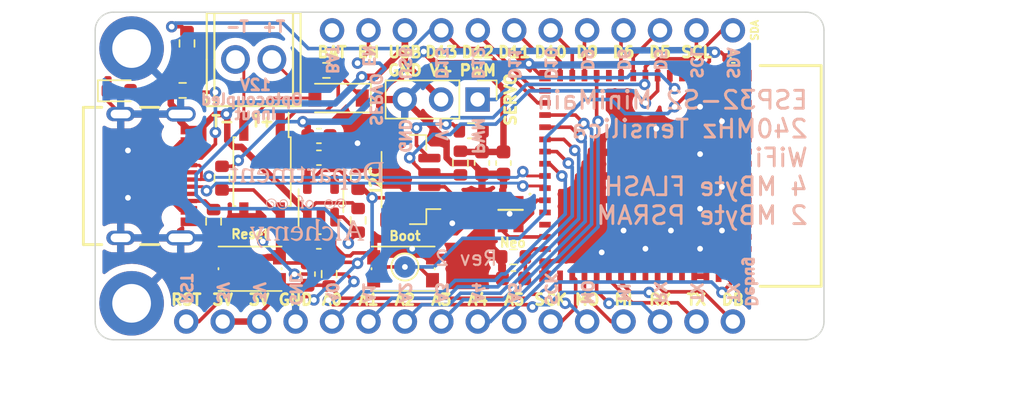
<source format=kicad_pcb>
(kicad_pcb (version 20211014) (generator pcbnew)
  (layers (0 "F.Cu" signal) (31 "B.Cu" signal) (34 "B.Paste" user) (35 "F.Paste" user) (36 "B.SilkS" user "B.Silkscreen") (37 "F.SilkS" user "F.Silkscreen") (38 "B.Mask" user) (39 "F.Mask" user) (44 "Edge.Cuts" user))
  (net 0 "")
  (net 2 "GND")
  (net 3 "+3V3")
  (net 5 "/RESET")
  (net 6 "/IO34_DBLTAP")
  (net 7 "VBUS")
  (net 8 "Net-(D2-Pad1)")
  (net 9 "/TRIGGER-")
  (net 10 "Net-(D3-Pad2)")
  (net 11 "/BOOT0")
  (net 12 "/Servo1")
  (net 14 "/SDA")
  (net 15 "/SCL")
  (net 16 "/D5")
  (net 17 "/D6")
  (net 18 "/A5")
  (net 19 "/D9")
  (net 20 "/D10")
  (net 21 "/D11")
  (net 22 "/D12")
  (net 23 "/D13")
  (net 24 "/A4")
  (net 25 "/A3")
  (net 26 "/A2")
  (net 27 "/A1")
  (net 28 "/A0")
  (net 29 "/D-")
  (net 30 "/D+")
  (net 31 "/NEOPIX_PWR")
  (net 34 "/NEOPIX")
  (net 35 "/MOSI")
  (net 36 "/SCK")
  (net 37 "/MISO")
  (net 38 "/RX")
  (net 39 "/TX")
  (net 40 "/ISO_INPUT")
  (net 43 "/TXD0")
  (net 46 "Net-(J1-PadA5)")
  (net 48 "Net-(J1-PadB5)")
  (net 50 "+BATT")
  (net 51 "/EN")
  (net 52 "/TRIGGER+")
  (footprint "Resistor_SMD:R_0603_1608Metric" (layer "F.Cu") (at 110.236 89.281 180)
    (fp_text reference "R5" hide)
    (fp_text value "5.1K")
  )
  (footprint "Package_SO:SO-4_4.4x3.6mm_P2.54mm" (layer "F.Cu") (at 115.7732 94.9452 -90)
    (fp_text reference "U2" hide)
    (fp_text value "LTV-356T")
  )
  (footprint "Resistor_SMD:R_0603_1608Metric" (layer "F.Cu") (at 130.35 92.1 180)
    (fp_text reference "R2" hide)
    (fp_text value "10K")
  )
  (footprint "Capacitor_SMD:C_0603_1608Metric" (layer "F.Cu") (at 119.7356 92.456)
    (fp_text reference "C4" hide)
    (fp_text value "0.1uF")
  )
  (footprint "Resistor_SMD:R_0603_1608Metric" (layer "F.Cu") (at 120.2558 87.884)
    (fp_text reference "R11" hide)
    (fp_text value "680")
  )
  (footprint "Capacitor_SMD:C_0603_1608Metric" (layer "F.Cu") (at 133.3 102.4 180)
    (fp_text reference "C8" hide)
    (fp_text value "1uF")
  )
  (footprint "Capacitor_SMD:C_0603_1608Metric" (layer "F.Cu") (at 118.95 102.1 90)
    (fp_text reference "C6" hide)
    (fp_text value "1uF")
  )
  (footprint "MountingHole:MountingHole_2.7mm_M2.5_ISO14580_Pad" (layer "F.Cu") (at 106.68 104.14)
    (fp_text reference "H3" hide)
    (fp_text value "MountingHole" hide)
  )
  (footprint "Resistor_SMD:R_0603_1608Metric" (layer "F.Cu") (at 110.5408 86.0044 -90)
    (fp_text reference "R7" hide)
    (fp_text value "68")
  )
  (footprint "Capacitor_SMD:C_0402_1005Metric" (layer "F.Cu") (at 148.618 86.995)
    (fp_text reference "C7" hide)
    (fp_text value "10uF")
  )
  (footprint "doa-footprint-library:OSTVN02A150" (layer "F.Cu") (at 116.459 87.122)
    (fp_text reference "J8" hide)
    (fp_text value "Conn_01x02" hide)
  )
  (footprint "doa-footprint-library:PinHeaderPlain_1x12_P2.54mm_Vertical" (layer "F.Cu") (at 120.65 85.09 90)
    (fp_text reference "J5" hide)
    (fp_text value "Conn_01x12" hide)
  )
  (footprint "Connector_PinHeader_2.54mm:PinHeader_1x03_P2.54mm_Vertical" (layer "F.Cu") (at 130.795 89.916 -90)
    (fp_text reference "J10" hide)
    (fp_text value "Conn_01x03_Male" hide)
  )
  (footprint "doa-footprint-library:ESP32S2MINI1N4R2" (layer "F.Cu") (at 142.494 95.25 -90)
    (fp_text reference "IC1" hide)
    (fp_text value "ESP32-S2-MINI-1-N4R2" hide)
  )
  (footprint "Diode_SMD:D_SOD-123" (layer "F.Cu") (at 121.1072 89.8144 180)
    (fp_text reference "D2" hide)
    (fp_text value "1N4150W-HE3-08")
  )
  (footprint "Capacitor_SMD:C_0603_1608Metric" (layer "F.Cu") (at 132.6 94.35 -90)
    (fp_text reference "C10" hide)
    (fp_text value "1uF")
  )
  (footprint "MountingHole:MountingHole_2.7mm_M2.5_ISO14580_Pad" (layer "F.Cu") (at 106.68 86.36)
    (fp_text reference "H1" hide)
    (fp_text value "MountingHole" hide)
  )
  (footprint "Resistor_SMD:R_0603_1608Metric" (layer "F.Cu") (at 129.6 94.35 -90)
    (fp_text reference "R3" hide)
    (fp_text value "10K")
  )
  (footprint "doa-footprint-library:PinHeaderPlain_1x16_P2.54mm_Vertical" (layer "F.Cu") (at 148.59 105.41 -90)
    (fp_text reference "J3" hide)
    (fp_text value "Conn_01x16" hide)
  )
  (footprint "Capacitor_SMD:C_0603_1608Metric" (layer "F.Cu") (at 119.725936 99.82392)
    (fp_text reference "C1" hide)
    (fp_text value "10uF")
  )
  (footprint "Resistor_SMD:R_0603_1608Metric" (layer "F.Cu") (at 112.9792 95.4024 -90)
    (fp_text reference "R12" hide)
    (fp_text value "150")
  )
  (footprint "Resistor_SMD:R_0603_1608Metric" (layer "F.Cu") (at 120.45 102.1 -90)
    (fp_text reference "R8" hide)
    (fp_text value "10K")
  )
  (footprint "Resistor_SMD:R_0603_1608Metric" (layer "F.Cu") (at 133.3 100.9 180)
    (fp_text reference "R10" hide)
    (fp_text value "1Meg")
  )
  (footprint "Resistor_SMD:R_0603_1608Metric" (layer "F.Cu") (at 112.395 98.425 90)
    (fp_text reference "R6" hide)
    (fp_text value "5.1K")
  )
  (footprint "Capacitor_SMD:C_0603_1608Metric" (layer "F.Cu") (at 131.1 94.35 -90)
    (fp_text reference "C9" hide)
    (fp_text value "10uF")
  )
  (footprint "Package_TO_SOT_SMD:SOT-23-5" (layer "F.Cu") (at 119.878336 96.97912 90)
    (fp_text reference "U1" hide)
    (fp_text value "AP7365-33WG-7")
  )
  (footprint "MountingHole:MountingHole_2.7mm_M2.5_ISO14580" (layer "F.Cu") (at 152.4 85.725)
    (fp_text reference "H2" hide)
    (fp_text value "MountingHole" hide)
  )
  (footprint "Resistor_SMD:R_0603_1608Metric" (layer "F.Cu") (at 122.469136 98.35072 -90)
    (fp_text reference "R4" hide)
    (fp_text value "100K")
  )
  (footprint "Connector_JST:JST_SH_BM04B-SRSS-TB_1x04-1MP_P1.00mm_Vertical" (layer "F.Cu") (at 126.111 95.504 90)
    (fp_text reference "J2" hide)
    (fp_text value "Conn_01x04" hide)
  )
  (footprint "TestPoint:TestPoint_Pad_D1.5mm" (layer "F.Cu") (at 125.73 101.6)
    (fp_text reference "TP1" hide)
    (fp_text value "TestPoint" hide)
  )
  (footprint "doa-footprint-library:WS2812B2020" (layer "F.Cu") (at 133.096 97.917 90)
    (fp_text reference "LED1" hide)
    (fp_text value "WS2812B-2020" hide)
  )
  (footprint "MountingHole:MountingHole_2.7mm_M2.5_ISO14580" (layer "F.Cu") (at 152.4 104.775)
    (fp_text reference "H4" hide)
    (fp_text value "MountingHole" hide)
  )
  (footprint "Button_Switch_SMD:SW_Push_1P1T_NO_CK_KMR2" (layer "F.Cu") (at 114.935 101.727)
    (fp_text reference "SW2" hide)
    (fp_text value "SW_Push" hide)
  )
  (footprint "Button_Switch_SMD:SW_Push_1P1T_NO_CK_KMR2" (layer "F.Cu") (at 125.603 101.727)
    (fp_text reference "SW1" hide)
    (fp_text value "SW_Push" hide)
  )
  (footprint "doa-footprint-library:GCT_USB4105-GF-A" (layer "F.Cu") (at 105.918 95.25 -90)
    (fp_text reference "J1" hide)
    (fp_text value "USB4105-GF-A")
  )
  (footprint "Capacitor_SMD:C_0603_1608Metric" (layer "F.Cu") (at 122.469136 95.35352 90)
    (fp_text reference "C2" hide)
    (fp_text value "10uF")
  )
  (footprint "Capacitor_SMD:C_0603_1608Metric" (layer "F.Cu") (at 119.7356 93.98)
    (fp_text reference "C3" hide)
    (fp_text value "10uF")
  )
  (footprint "LED_SMD:LED_0603_1608Metric" (layer "F.Cu") (at 105.8164 89.3064)
    (fp_text reference "D3" hide)
    (fp_text value "RED")
  )
  (footprint "doa-logo:DepartmentOfAlchemyLogo" (layer "B.Cu") (at 118.872 97.282 180)
    (fp_text reference "G***" hide)
    (fp_text value "LOGO" hide)
  )
  (gr_line (start 104.14 105.41) (end 104.14 85.09) (layer "Edge.Cuts") (width 0.1))
  (gr_arc (start 104.14 85.09) (mid 104.511974 84.191974) (end 105.41 83.82) (layer "Edge.Cuts") (width 0.1))
  (gr_line (start 153.67 106.68) (end 105.41 106.68) (layer "Edge.Cuts") (width 0.1))
  (gr_arc (start 153.67 83.82) (mid 154.568026 84.191974) (end 154.94 85.09) (layer "Edge.Cuts") (width 0.1))
  (gr_line (start 105.41 83.82) (end 153.67 83.82) (layer "Edge.Cuts") (width 0.1))
  (gr_arc (start 154.94 105.41) (mid 154.568026 106.308026) (end 153.67 106.68) (layer "Edge.Cuts") (width 0.1))
  (gr_arc (start 105.41 106.68) (mid 104.511974 106.308026) (end 104.14 105.41) (layer "Edge.Cuts") (width 0.1))
  (gr_line (start 154.94 85.09) (end 154.94 105.41) (layer "Edge.Cuts") (width 0.1))
  (gr_text "SERVO" (at 123.698 89.916 270) (layer "B.SilkS") (effects (font (size 0.762 0.762) (thickness 0.1905)) (justify mirror)))
  (gr_text "GND" (at 118.11 103.124 270) (layer "B.SilkS") (effects (font (size 0.762 0.762) (thickness 0.1905)) (justify mirror)))
  (gr_text "MI" (at 140.97 103.378 270) (layer "B.SilkS") (effects (font (size 0.762 0.762) (thickness 0.1905)) (justify mirror)))
  (gr_text "Debug" (at 149.86 102.616 270) (layer "B.SilkS") (effects (font (size 0.762 0.762) (thickness 0.1905)) (justify mirror)))
  (gr_text "D9" (at 138.43 87.122 270) (layer "B.SilkS") (effects (font (size 0.762 0.762) (thickness 0.1905)) (justify mirror)))
  (gr_text "A0" (at 120.65 103.378 270) (layer "B.SilkS") (effects (font (size 0.762 0.762) (thickness 0.1905)) (justify mirror)))
  (gr_text "TX" (at 146.05 103.378 270) (layer "B.SilkS") (effects (font (size 0.762 0.762) (thickness 0.1905)) (justify mirror)))
  (gr_text "V+" (at 128.27 91.948 270) (layer "B.SilkS") (effects (font (size 0.762 0.762) (thickness 0.1905)) (justify mirror)))
  (gr_text "T-" (at 114.046 84.836) (layer "B.SilkS") (effects (font (size 0.762 0.762) (thickness 0.1905)) (justify mirror)))
  (gr_text "D5" (at 143.51 87.122 270) (layer "B.SilkS") (effects (font (size 0.762 0.762) (thickness 0.1905)) (justify mirror)))
  (gr_text "ESP32-S2 MiniMain\n240MHz Tensilica\nWiFi\n4 MByte FLASH\n2 MByte PSRAM" (at 153.924 93.98) (layer "B.SilkS") (effects (font (size 1.25 1.25) (thickness 0.2)) (justify left mirror)))
  (gr_text "A1" (at 123.19 103.378 270) (layer "B.SilkS") (effects (font (size 0.762 0.762) (thickness 0.1905)) (justify mirror)))
  (gr_text "A4" (at 130.81 103.378 270) (layer "B.SilkS") (effects (font (size 0.762 0.762) (thickness 0.1905)) (justify mirror)))
  (gr_text "RX" (at 143.51 103.378 270) (layer "B.SilkS") (effects (font (size 0.762 0.762) (thickness 0.1905)) (justify mirror)))
  (gr_text "PWM" (at 130.81 92.456 270) (layer "B.SilkS") (effects (font (size 0.762 0.762) (thickness 0.1905)) (justify mirror)))
  (gr_text "A2" (at 125.73 103.378 270) (layer "B.SilkS") (effects (font (size 0.762 0.762) (thickness 0.1905)) (justify mirror)))
  (gr_text "SCL" (at 146.05 87.376 270) (layer "B.SilkS") (effects (font (size 0.762 0.762) (thickness 0.1905)) (justify mirror)))
  (gr_text "Rev 2" (at 130 101) (layer "B.SilkS") (effects (font (size 1 1)) (justify mirror)))
  (gr_text "MO" (at 138.43 103.378 270) (layer "B.SilkS") (effects (font (size 0.762 0.762) (thickness 0.1905)) (justify mirror)))
  (gr_text "A3" (at 128.27 103.378 270) (layer "B.SilkS") (effects (font (size 0.762 0.762) (thickness 0.1905)) (justify mirror)))
  (gr_text "D10" (at 135.89 87.376 270) (layer "B.SilkS") (effects (font (size 0.762 0.762) (thickness 0.1905)) (justify mirror)))
  (gr_text "RST" (at 110.49 103.124 270) (layer "B.SilkS") (effects (font (size 0.762 0.762) (thickness 0.1905)) (justify mirror)))
  (gr_text "Optocoupled" (at 115.062 89.916) (layer "B.SilkS") (effects (font (size 0.762 0.762) (thickness 0.1905)) (justify mirror)))
  (gr_text "Input" (at 115.316 90.932) (layer "B.SilkS") (effects (font (size 0.762 0.762) (thickness 0.1905)) (justify mirror)))
  (gr_text "D6" (at 140.97 87.122 270) (layer "B.SilkS") (effects (font (size 0.762 0.762) (thickness 0.1905)) (justify mirror)))
  (gr_text "12V" (at 115.316 88.9) (layer "B.SilkS") (effects (font (size 0.762 0.762) (thickness 0.1905)) (justify mirror)))
  (gr_text "D12" (at 130.81 87.376 270) (layer "B.SilkS") (effects (font (size 0.762 0.762) (thickness 0.1905)) (justify mirror)))
  (gr_text "EN" (at 123.19 86.868 270) (layer "B.SilkS") (effects (font (size 0.762 0.762) (thickness 0.1905)) (justify mirror)))
  (gr_text "D11" (at 133.35 87.376 270) (layer "B.SilkS") (effects (font (size 0.762 0.762) (thickness 0.1905)) (justify mirror)))
  (gr_text "3V" (at 113.03 103.378 270) (layer "B.SilkS") (effects (font (size 0.762 0.762) (thickness 0.1905)) (justify mirror)))
  (gr_text "TX" (at 148.59 103.378 270) (layer "B.SilkS") (effects (font (size 0.762 0.762) (thickness 0.1905)) (justify mirror)))
  (gr_text "3V" (at 115.57 103.378 270) (layer "B.SilkS") (effects (font (size 0.762 0.762) (thickness 0.1905)) (justify mirror)))
  (gr_text "SCK" (at 135.89 103.124 270) (layer "B.SilkS") (effects (font (size 0.762 0.762) (thickness 0.1905)) (justify mirror)))
  (gr_text "SDA" (at 148.59 87.376 270) (layer "B.SilkS") (effects (font (size 0.762 0.762) (thickness 0.1905)) (justify mirror)))
  (gr_text "USB" (at 125.73 87.376 270) (layer "B.SilkS") (effects (font (size 0.762 0.762) (thickness 0.1905)) (justify mirror)))
  (gr_text "D13" (at 128.27 87.376 270) (layer "B.SilkS") (effects (font (size 0.762 0.762) (thickness 0.1905)) (justify mirror)))
  (gr_text "A5" (at 133.35 103.378 270) (layer "B.SilkS") (effects (font (size 0.762 0.762) (thickness 0.1905)) (justify mirror)))
  (gr_text "BAT" (at 120.65 87.122 270) (layer "B.SilkS") (effects (font (size 0.762 0.762) (thickness 0.1905)) (justify mirror)))
  (gr_text "GND" (at 125.73 92.456 270) (layer "B.SilkS") (effects (font (size 0.762 0.762) (thickness 0.1905)) (justify mirror)))
  (gr_text "T+" (at 116.586 84.836) (layer "B.SilkS") (effects (font (size 0.762 0.762) (thickness 0.1905)) (justify mirror)))
  (gr_text "DB" (at 148.59 103.886) (layer "F.SilkS") (effects (font (size 0.762 0.762) (thickness 0.1905))))
  (gr_text "BAT" (at 120.65 86.614) (layer "F.SilkS") (effects (font (size 0.762 0.762) (thickness 0.1905))))
  (gr_text "SERVO" (at 133.096 89.916 90) (layer "F.SilkS") (effects (font (size 0.762 0.762) (thickness 0.1905))))
  (gr_text "PWM" (at 130.81 87.884) (layer "F.SilkS") (effects (font (size 0.762 0.762) (thickness 0.1905))))
  (gr_text "RST" (at 110.49 103.886) (layer "F.SilkS") (effects (font (size 0.762 0.762) (thickness 0.1905))))
  (gr_text "A0" (at 120.65 103.886) (layer "F.SilkS") (effects (font (size 0.762 0.762) (thickness 0.1905))))
  (gr_text "EN" (at 123.19 86.614) (layer "F.SilkS") (effects (font (size 0.762 0.762) (thickness 0.1905))))
  (gr_text "MO" (at 138.43 103.886) (layer "F.SilkS") (effects (font (size 0.762 0.762) (thickness 0.1905))))
  (gr_text "D6" (at 140.97 86.614) (layer "F.SilkS") (effects (font (size 0.762 0.762) (thickness 0.1905))))
  (gr_text "A2" (at 125.73 103.886) (layer "F.SilkS") (effects (font (size 0.762 0.762) (thickness 0.1905))))
  (gr_text "SDA" (at 150.114 85.09 90) (layer "F.SilkS") (effects (font (size 0.508 0.508) (thickness 0.127))))
  (gr_text "MI" (at 140.97 103.886) (layer "F.SilkS") (effects (font (size 0.762 0.762) (thickness 0.1905))))
  (gr_text "RX" (at 143.51 103.886) (layer "F.SilkS") (effects (font (size 0.762 0.762) (thickness 0.1905))))
  (gr_text "3V" (at 115.57 103.886) (layer "F.SilkS") (effects (font (size 0.762 0.762) (thickness 0.1905))))
  (gr_text "GND" (at 118.11 103.886) (layer "F.SilkS") (effects (font (size 0.762 0.762) (thickness 0.1905))))
  (gr_text "D10" (at 135.89 86.614) (layer "F.SilkS") (effects (font (size 0.762 0.762) (thickness 0.1905))))
  (gr_text "A5" (at 133.35 103.886) (layer "F.SilkS") (effects (font (size 0.762 0.762) (thickness 0.1905))))
  (gr_text "TX" (at 146.05 103.886) (layer "F.SilkS") (effects (font (size 0.762 0.762) (thickness 0.1905))))
  (gr_text "USB" (at 125.73 86.614) (layer "F.SilkS") (effects (font (size 0.762 0.762) (thickness 0.1905))))
  (gr_text "D12" (at 130.81 86.614) (layer "F.SilkS") (effects (font (size 0.762 0.762) (thickness 0.1905))))
  (gr_text "SCL" (at 146.05 86.614) (layer "F.SilkS") (effects (font (size 0.762 0.762) (thickness 0.1905))))
  (gr_text "GND" (at 125.73 87.884) (layer "F.SilkS") (effects (font (size 0.762 0.762) (thickness 0.1905))))
  (gr_text "A4" (at 130.81 103.886) (layer "F.SilkS") (effects (font (size 0.762 0.762) (thickness 0.1905))))
  (gr_text "D11" (at 133.35 86.614) (layer "F.SilkS") (effects (font (size 0.762 0.762) (thickness 0.1905))))
  (gr_text "T+" (at 115.824 91.44) (layer "F.SilkS") (effects (font (size 0.762 0.762) (thickness 0.1905))))
  (gr_text "SCK" (at 135.89 103.886) (layer "F.SilkS") (effects (font (size 0.762 0.762) (thickness 0.1905))))
  (gr_text "V+" (at 128.27 87.884) (layer "F.SilkS") (effects (font (size 0.762 0.762) (thickness 0.1905))))
  (gr_text "D13" (at 128.27 86.614) (layer "F.SilkS") (effects (font (size 0.762 0.762) (thickness 0.1905))))
  (gr_text "3V" (at 113.03 103.886) (layer "F.SilkS") (effects (font (size 0.762 0.762) (thickness 0.1905))))
  (gr_text "A1" (at 123.19 103.886) (layer "F.SilkS") (effects (font (size 0.762 0.762) (thickness 0.1905))))
  (gr_text "D9" (at 138.43 86.614) (layer "F.SilkS") (effects (font (size 0.762 0.762) (thickness 0.1905))))
  (gr_text "T-" (at 113.03 91.44) (layer "F.SilkS") (effects (font (size 0.762 0.762) (thickness 0.1905))))
  (gr_text "A3" (at 128.27 103.886) (layer "F.SilkS") (effects (font (size 0.762 0.762) (thickness 0.1905))))
  (gr_text "D5" (at 143.51 86.614) (layer "F.SilkS") (effects (font (size 0.762 0.762) (thickness 0.1905))))
  (gr_text "I2C" (at 123.698 95.504 90) (layer "F.SilkS") (effects (font (size 0.762 0.762) (thickness 0.1905))))
  (segment (start 117.383 101.325) (end 116.985 100.927) (width 0.25) (layer "F.Cu") (net 2))
  (segment (start 124.04252 94.57852) (end 126.468 97.004) (width 0.35) (layer "F.Cu") (net 2))
  (segment (start 126.468 97.004) (end 127.436 97.004) (width 0.35) (layer "F.Cu") (net 2))
  (segment (start 122.469136 94.57852) (end 124.04252 94.57852) (width 0.35) (layer "F.Cu") (net 2))
  (segment (start 121.923906 100.82548) (end 121.502496 100.82548) (width 0.25) (layer "F.Cu") (net 2))
  (segment (start 131.1 95.125) (end 132.6 95.125) (width 0.45) (layer "F.Cu") (net 2))
  (segment (start 110.098 90.93) (end 110.098 91.475) (width 0.45) (layer "F.Cu") (net 2))
  (segment (start 118.95 101.325) (end 117.383 101.325) (width 0.25) (layer "F.Cu") (net 2))
  (segment (start 149.494 87.264) (end 149.494 88.25) (width 0.25) (layer "F.Cu") (net 2))
  (segment (start 132.546 97.002) (end 132.546 97.405012) (width 0.45) (layer "F.Cu") (net 2))
  (segment (start 135.2025 88.25) (end 134.366 87.4135) (width 0.25) (layer "F.Cu") (net 2))
  (segment (start 109.411 90.243) (end 110.098 90.93) (width 0.45) (layer "F.Cu") (net 2))
  (segment (start 131.771489 99.552) (end 131.771489 98.257489) (width 0.45) (layer "F.Cu") (net 2))
  (segment (start 149.098 86.995) (end 149.225 86.995) (width 0.25) (layer "F.Cu") (net 2))
  (segment (start 131.826 100.251) (end 131.826 99.606511) (width 0.45) (layer "F.Cu") (net 2))
  (segment (start 105.0289 89.3064) (end 105.0289 90.0409) (width 0.25) (layer "F.Cu") (net 2))
  (segment (start 109.411 89.281) (end 109.411 90.243) (width 0.45) (layer "F.Cu") (net 2))
  (segment (start 135.494 88.25) (end 135.2025 88.25) (width 0.25) (layer "F.Cu") (net 2))
  (segment (start 132.546 97.405012) (end 133.030488 97.8895) (width 0.45) (layer "F.Cu") (net 2))
  (segment (start 132.475 100.9) (end 131.826 100.251) (width 0.45) (layer "F.Cu") (net 2))
  (segment (start 131.771489 98.257489) (end 132.139478 97.8895) (width 0.45) (layer "F.Cu") (net 2))
  (segment (start 122.127897 100.621489) (end 121.923906 100.82548) (width 0.25) (layer "F.Cu") (net 2))
  (segment (start 127.436 97.004) (end 127.484 97.004) (width 0.35) (layer "F.Cu") (net 2))
  (segment (start 132.475 100.9) (end 132.525722 100.9) (width 0.25) (layer "F.Cu") (net 2))
  (segment (start 131.826 99.606511) (end 131.771489 99.552) (width 0.45) (layer "F.Cu") (net 2))
  (segment (start 120.500936 100.007281) (end 119.183217 101.325) (width 0.25) (layer "F.Cu") (net 2))
  (segment (start 119.183217 101.325) (end 118.95 101.325) (width 0.25) (layer "F.Cu") (net 2))
  (segment (start 111.595 98.45) (end 112.395 99.25) (width 0.45) (layer "F.Cu") (net 2))
  (segment (start 130.41752 94.34952) (end 129.00504 94.34952) (width 0.45) (layer "F.Cu") (net 2))
  (segment (start 128.63552 92.83652) (end 125.715 89.916) (width 0.45) (layer "F.Cu") (net 2))
  (segment (start 132.139478 97.8895) (end 133.030488 97.8895) (width 0.45) (layer "F.Cu") (net 2))
  (segment (start 110.098 91.475) (end 110.673 92.05) (width 0.45) (layer "F.Cu") (net 2))
  (segment (start 128.63552 93.98) (end 128.63552 92.83652) (width 0.45) (layer "F.Cu") (net 2))
  (segment (start 110.673 98.45) (end 111.595 98.45) (width 0.45) (layer "F.Cu") (net 2))
  (segment (start 105.0289 90.0409) (end 105.918 90.93) (width 0.25) (layer "F.Cu") (net 2))
  (segment (start 123.247489 100.621489) (end 122.127897 100.621489) (width 0.25) (layer "F.Cu") (net 2))
  (segment (start 121.502496 100.82548) (end 120.500936 99.82392) (width 0.25) (layer "F.Cu") (net 2))
  (segment (start 149.225 86.995) (end 149.494 87.264) (width 0.25) (layer "F.Cu") (net 2))
  (segment (start 129.00504 94.34952) (end 128.63552 93.98) (width 0.45) (layer "F.Cu") (net 2))
  (segment (start 120.500936 99.82392) (end 120.500936 100.007281) (width 0.25) (layer "F.Cu") (net 2))
  (segment (start 119.878336 99.20132) (end 119.878336 98.11662) (width 0.25) (layer "F.Cu") (net 2))
  (segment (start 123.553 100.927) (end 123.247489 100.621489) (width 0.25) (layer "F.Cu") (net 2))
  (segment (start 127.484 97.004) (end 129.032 98.552) (width 0.35) (layer "F.Cu") (net 2))
  (segment (start 131.1 95.125) (end 131.1 95.032) (width 0.45) (layer "F.Cu") (net 2))
  (segment (start 120.500936 99.82392) (end 119.878336 99.20132) (width 0.25) (layer "F.Cu") (net 2))
  (segment (start 131.1 95.032) (end 130.41752 94.34952) (width 0.45) (layer "F.Cu") (net 2))
  (via (at 146.304 97.536) (size 0.8) (drill 0.4) (layers "F.Cu" "B.Cu") (net 2))
  (via (at 142.494 100.33) (size 0.8) (drill 0.4) (layers "F.Cu" "B.Cu") (net 2))
  (via (at 122.428 92.964) (size 0.8) (drill 0.4) (layers "F.Cu" "B.Cu") (net 2))
  (via (at 126.238 100.33) (size 0.8) (drill 0.4) (layers "F.Cu" "B.Cu") (net 2))
  (via (at 106.426 96.774) (size 0.8) (drill 0.4) (layers "F.Cu" "B.Cu") (net 2))
  (via (at 106.426 93.472) (size 0.8) (drill 0.4) (layers "F.Cu" "B.Cu") (net 2))
  (via (at 133.030488 97.8895) (size 0.8) (drill 0.4) (layers "F.Cu" "B.Cu") (net 2))
  (via (at 140.97 99.06) (size 0.8) (drill 0.4) (layers "F.Cu" "B.Cu") (net 2))
  (via (at 146.304 93.726) (size 0.8) (drill 0.4) (layers "F.Cu" "B.Cu") (net 2))
  (via (at 139.446 100.584) (size 0.8) (drill 0.4) (layers "F.Cu" "B.Cu") (net 2))
  (via (at 143.256 91.948) (size 0.8) (drill 0.4) (layers "F.Cu" "B.Cu") (net 2))
  (via (at 147.828 99.06) (size 0.8) (drill 0.4) (layers "F.Cu" "B.Cu") (net 2))
  (via (at 147.828 96.012) (size 0.8) (drill 0.4) (layers "F.Cu" "B.Cu") (net 2))
  (via (at 147.828 91.44) (size 0.8) (drill 0.4) (layers "F.Cu" "B.Cu") (net 2))
  (via (at 134.366 87.4135) (size 0.8) (drill 0.4) (layers "F.Cu" "B.Cu") (net 2))
  (via (at 146.304 90.424) (size 0.8) (drill 0.4) (layers "F.Cu" "B.Cu") (net 2))
  (via (at 129.032 98.552) (size 0.8) (drill 0.4) (layers "F.Cu" "B.Cu") (net 2))
  (via (at 144.272 99.06) (size 0.8) (drill 0.4) (layers "F.Cu" "B.Cu") (net 2))
  (via (at 146.304 100.33) (size 0.8) (drill 0.4) (layers "F.Cu" "B.Cu") (net 2))
  (segment (start 128.2175 87.4135) (end 125.715 89.916) (width 0.45) (layer "B.Cu") (net 2))
  (segment (start 134.366 87.4135) (end 128.2175 87.4135) (width 0.45) (layer "B.Cu") (net 2))
  (segment (start 131.1 93.575) (end 129.65 93.575) (width 0.45) (layer "F.Cu") (net 3))
  (segment (start 125.531572 96.774) (end 128.034083 99.276511) (width 0.25) (layer "F.Cu") (net 3))
  (segment (start 147.324299 86.618299) (end 147.761299 86.618299) (width 0.25) (layer "F.Cu") (net 3))
  (segment (start 122.428 101.346) (end 122.357 101.275) (width 0.25) (layer "F.Cu") (net 3))
  (segment (start 131.175 93.5) (end 131.1 93.575) (width 0.45) (layer "F.Cu") (net 3))
  (segment (start 119.149846 103.669489) (end 116.793897 103.669489) (width 0.25) (layer "F.Cu") (net 3))
  (segment (start 130.556 98.052614) (end 128.507386 96.004) (width 0.25) (layer "F.Cu") (net 3))
  (segment (start 132.6 89.171978) (end 132.6 93.575) (width 0.45) (layer "F.Cu") (net 3))
  (segment (start 129.65 93.575) (end 129.6 93.525) (width 0.45) (layer "F.Cu") (net 3))
  (segment (start 121.195216 94.8546) (end 122.469136 96.12852) (width 0.25) (layer "F.Cu") (net 3))
  (segment (start 146.94904 86.98496) (end 146.94904 87.25904) (width 0.25) (layer "F.Cu") (net 3))
  (segment (start 128.507386 96.004) (end 127.436 96.004) (width 0.25) (layer "F.Cu") (net 3))
  (segment (start 131.175 92.1) (end 131.175 93.5) (width 0.45) (layer "F.Cu") (net 3))
  (segment (start 119.384052 103.903695) (end 119.149846 103.669489) (width 0.25) (layer "F.Cu") (net 3))
  (segment (start 118.9606 93.98) (end 118.928336 95.84162) (width 0.45) (layer "F.Cu") (net 3))
  (segment (start 127.040268 86.567193) (end 127.849075 87.376) (width 0.45) (layer "F.Cu") (net 3))
  (segment (start 147.761299 86.618299) (end 148.138 86.995) (width 0.25) (layer "F.Cu") (net 3))
  (segment (start 118.9606 93.98) (end 118.9606 92.456) (width 0.45) (layer "F.Cu") (net 3))
  (segment (start 128.034083 99.276511) (end 129.332103 99.276511) (width 0.25) (layer "F.Cu") (net 3))
  (segment (start 118.864596 95.77788) (end 118.928336 95.84162) (width 0.25) (layer "F.Cu") (net 3))
  (segment (start 122.469136 96.053136) (end 122.469136 96.12852) (width 0.25) (layer "F.Cu") (net 3))
  (segment (start 115.57 104.893386) (end 115.57 105.41) (width 0.25) (layer "F.Cu") (net 3))
  (segment (start 122.469136 96.12852) (end 122.79852 96.12852) (width 0.25) (layer "F.Cu") (net 3))
  (segment (start 112.9792 94.5774) (end 113.7026 94.5774) (width 0.25) (layer "F.Cu") (net 3))
  (segment (start 147.315701 86.618299) (end 146.94904 86.98496) (width 0.25) (layer "F.Cu") (net 3))
  (segment (start 116.793897 103.669489) (end 115.57 104.893386) (width 0.25) (layer "F.Cu") (net 3))
  (segment (start 146.94904 87.25904) (end 146.744 87.46408) (width 0.25) (layer "F.Cu") (net 3))
  (segment (start 118.9606 92.456) (end 118.9606 91.806011) (width 0.45) (layer "F.Cu") (net 3))
  (segment (start 127.849075 87.376) (end 130.804022 87.376) (width 0.45) (layer "F.Cu") (net 3))
  (segment (start 118.9606 91.806011) (end 118.618 91.463411) (width 0.45) (layer "F.Cu") (net 3))
  (segment (start 129.332103 99.276511) (end 130.556 98.052614) (width 0.25) (layer "F.Cu") (net 3))
  (segment (start 122.79852 96.12852) (end 123.444 96.774) (width 0.35) (layer "F.Cu") (net 3))
  (segment (start 113.7026 94.5774) (end 114.115501 94.164499) (width 0.25) (layer "F.Cu") (net 3))
  (segment (start 123.444 96.774) (end 125.531572 96.774) (width 0.25) (layer "F.Cu") (net 3))
  (segment (start 118.950936 92.47092) (end 118.937936 92.45792) (width 0.25) (layer "F.Cu") (net 3))
  (segment (start 119.915356 94.8546) (end 121.195216 94.8546) (width 0.25) (layer "F.Cu") (net 3))
  (segment (start 113.03 105.41) (end 115.57 105.41) (width 0.45) (layer "F.Cu") (net 3))
  (segment (start 122.357 101.275) (end 120.45 101.275) (width 0.25) (layer "F.Cu") (net 3))
  (segment (start 118.928336 95.84162) (end 119.915356 94.8546) (width 0.25) (layer "F.Cu") (net 3))
  (segment (start 131.1 93.575) (end 132.6 93.575) (width 0.45) (layer "F.Cu") (net 3))
  (segment (start 130.804022 87.376) (end 132.6 89.171978) (width 0.45) (layer "F.Cu") (net 3))
  (segment (start 146.744 87.46408) (end 146.744 88.25) (width 0.25) (layer "F.Cu") (net 3))
  (segment (start 147.324299 86.618299) (end 147.315701 86.618299) (width 0.25) (layer "F.Cu") (net 3))
  (via (at 114.115501 94.164499) (size 0.8) (drill 0.4) (layers "F.Cu" "B.Cu") (net 3))
  (via (at 122.428 101.346) (size 0.8) (drill 0.4) (layers "F.Cu" "B.Cu") (net 3))
  (via (at 119.384052 103.903695) (size 0.8) (drill 0.4) (layers "F.Cu" "B.Cu") (net 3))
  (via (at 123.444 96.774) (size 0.8) (drill 0.4) (layers "F.Cu" "B.Cu") (net 3))
  (via (at 118.618 91.463411) (size 0.8) (drill 0.4) (layers "F.Cu" "B.Cu") (net 3))
  (via (at 147.324299 86.618299) (size 0.8) (drill 0.4) (layers "F.Cu" "B.Cu") (net 3))
  (via (at 127.040268 86.567193) (size 0.8) (drill 0.4) (layers "F.Cu" "B.Cu") (net 3))
  (segment (start 127.040268 86.567193) (end 125.095 88.265) (width 0.45) (layer "B.Cu") (net 3))
  (segment (start 116.816589 91.463411) (end 118.618 91.463411) (width 0.25) (layer "B.Cu") (net 3))
  (segment (start 147.324299 86.618299) (end 147.166489 86.460489) (width 0.45) (layer "B.Cu") (net 3))
  (segment (start 125.095 88.265) (end 124.440489 88.919511) (width 0.45) (layer "B.Cu") (net 3))
  (segment (start 123.444 100.33) (end 123.444 96.774) (width 0.25) (layer "B.Cu") (net 3))
  (segment (start 120.65 103.124) (end 122.428 101.346) (width 0.25) (layer "B.Cu") (net 3))
  (segment (start 125.095 88.265) (end 121.896589 91.463411) (width 0.45) (layer "B.Cu") (net 3))
  (segment (start 147.166489 86.460489) (end 127.040268 86.567193) (width 0.45) (layer "B.Cu") (net 3))
  (segment (start 121.896589 91.463411) (end 118.618 91.463411) (width 0.45) (layer "B.Cu") (net 3))
  (segment (start 114.115501 94.164499) (end 116.816589 91.463411) (width 0.25) (layer "B.Cu") (net 3))
  (segment (start 122.428 101.346) (end 123.444 100.33) (width 0.25) (layer "B.Cu") (net 3))
  (segment (start 119.384052 103.903695) (end 120.163747 103.124) (width 0.25) (layer "B.Cu") (net 3))
  (segment (start 120.163747 103.124) (end 120.65 103.124) (width 0.25) (layer "B.Cu") (net 3))
  (segment (start 118.95 102.875) (end 117.333 102.875) (width 0.25) (layer "F.Cu") (net 5))
  (segment (start 112.885 102.527) (end 112.885 103.89399) (width 0.25) (layer "F.Cu") (net 5))
  (segment (start 120.4 102.875) (end 120.45 102.925) (width 0.25) (layer "F.Cu") (net 5))
  (segment (start 118.95 102.875) (end 120.4 102.875) (width 0.25) (layer "F.Cu") (net 5))
  (segment (start 111.36899 105.41) (end 110.49 105.41) (width 0.25) (layer "F.Cu") (net 5))
  (segment (start 112.885 102.527) (end 116.985 102.527) (width 0.25) (layer "F.Cu") (net 5))
  (segment (start 134.203417 103.785969) (end 121.310969 103.785969) (width 0.25) (layer "F.Cu") (net 5))
  (segment (start 135.508992 103.504992) (end 134.484394 103.504992) (width 0.25) (layer "F.Cu") (net 5))
  (segment (start 121.310969 103.785969) (end 120.45 102.925) (width 0.25) (layer "F.Cu") (net 5))
  (segment (start 134.484394 103.504992) (end 134.203417 103.785969) (width 0.25) (layer "F.Cu") (net 5))
  (segment (start 117.333 102.875) (end 116.985 102.527) (width 0.25) (layer "F.Cu") (net 5))
  (segment (start 148.444 102.762) (end 147.828 103.378) (width 0.25) (layer "F.Cu") (net 5))
  (segment (start 112.885 103.89399) (end 111.36899 105.41) (width 0.25) (layer "F.Cu") (net 5))
  (segment (start 148.444 102.25) (end 148.444 102.762) (width 0.25) (layer "F.Cu") (net 5))
  (via (at 135.508992 103.504992) (size 0.8) (drill 0.4) (layers "F.Cu" "B.Cu") (net 5))
  (via (at 147.828 103.378) (size 0.8) (drill 0.4) (layers "F.Cu" "B.Cu") (net 5))
  (segment (start 147.103489 102.653489) (end 147.828 103.378) (width 0.25) (layer "B.Cu") (net 5))
  (segment (start 136.360495 102.653489) (end 147.103489 102.653489) (width 0.25) (layer "B.Cu") (net 5))
  (segment (start 135.508992 103.504992) (end 136.360495 102.653489) (width 0.25) (layer "B.Cu") (net 5))
  (segment (start 134.675 100.35) (end 134.125 100.9) (width 0.25) (layer "F.Cu") (net 6))
  (segment (start 134.125 100.9) (end 134.125 102.35) (width 0.25) (layer "F.Cu") (net 6))
  (segment (start 135.494 100.35) (end 134.675 100.35) (width 0.25) (layer "F.Cu") (net 6))
  (segment (start 134.125 102.35) (end 134.075 102.4) (width 0.25) (layer "F.Cu") (net 6))
  (segment (start 118.928336 98.11662) (end 118.928336 97.811314) (width 0.45) (layer "F.Cu") (net 7))
  (segment (start 113.346511 92.772511) (end 113.346511 90.994511) (width 0.45) (layer "F.Cu") (net 7))
  (segment (start 125.73 86.292081) (end 123.690877 88.331204) (width 0.45) (layer "F.Cu") (net 7))
  (segment (start 118.950936 99.82392) (end 118.950936 98.13922) (width 0.25) (layer "F.Cu") (net 7))
  (segment (start 119.531784 97.1296) (end 118.928336 97.733048) (width 0.25) (layer "F.Cu") (net 7))
  (segment (start 111.672511 92.774511) (end 111.597022 92.85) (width 0.45) (layer "F.Cu") (net 7))
  (segment (start 110.097273 92.85) (end 109.373969 93.573304) (width 0.25) (layer "F.Cu") (net 7))
  (segment (start 125.73 85.09) (end 125.73 86.292081) (width 0.45) (layer "F.Cu") (net 7))
  (segment (start 122.073016 97.1296) (end 119.531784 97.1296) (width 0.25) (layer "F.Cu") (net 7))
  (segment (start 110.097273 97.65) (end 110.673 97.65) (width 0.25) (layer "F.Cu") (net 7))
  (segment (start 125.73 85.09) (end 125.73 87.391) (width 0.45) (layer "F.Cu") (net 7))
  (segment (start 118.928336 97.733048) (end 118.928336 98.11662) (width 0.25) (layer "F.Cu") (net 7))
  (segment (start 113.284 90.932) (end 112.522 90.932) (width 0.45) (layer "F.Cu") (net 7))
  (segment (start 111.672511 91.781489) (end 111.672511 92.774511) (width 0.45) (layer "F.Cu") (net 7))
  (segment (start 110.673 92.85) (end 110.097273 92.85) (width 0.25) (layer "F.Cu") (net 7))
  (segment (start 109.373969 96.926696) (end 110.097273 97.65) (width 0.25) (layer "F.Cu") (net 7))
  (segment (start 122.469136 97.52572) (end 122.073016 97.1296) (width 0.25) (layer "F.Cu") (net 7))
  (segment (start 113.346511 90.994511) (end 113.284 90.932) (width 0.45) (layer "F.Cu") (net 7))
  (segment (start 109.373969 93.573304) (end 109.373969 96.926696) (width 0.25) (layer "F.Cu") (net 7))
  (segment (start 118.928336 97.811314) (end 114.336733 93.219711) (width 0.45) (layer "F.Cu") (net 7))
  (segment (start 123.690877 88.331204) (end 122.722261 88.331204) (width 0.45) (layer "F.Cu") (net 7))
  (segment (start 118.950936 98.13922) (end 118.928336 98.11662) (width 0.25) (layer "F.Cu") (net 7))
  (segment (start 114.336733 93.219711) (end 113.793711 93.219711) (width 0.45) (layer "F.Cu") (net 7))
  (segment (start 113.793711 93.219711) (end 113.346511 92.772511) (width 0.45) (layer "F.Cu") (net 7))
  (segment (start 111.597022 92.85) (end 110.673 92.85) (width 0.45) (layer "F.Cu") (net 7))
  (segment (start 112.522 90.932) (end 111.672511 91.781489) (width 0.45) (layer "F.Cu") (net 7))
  (segment (start 125.73 87.391) (end 128.255 89.916) (width 0.45) (layer "F.Cu") (net 7))
  (via (at 113.284 90.932) (size 0.8) (drill 0.4) (layers "F.Cu" "B.Cu") (net 7))
  (via (at 122.722261 88.331204) (size 0.8) (drill 0.4) (layers "F.Cu" "B.Cu") (net 7))
  (segment (start 113.284 90.932) (end 114.02662 90.18938) (width 0.45) (layer "B.Cu") (net 7))
  (segment (start 120.864085 90.18938) (end 122.722261 88.331204) (width 0.45) (layer "B.Cu") (net 7))
  (segment (start 114.02662 90.18938) (end 120.864085 90.18938) (width 0.45) (layer "B.Cu") (net 7))
  (segment (start 121.0808 88.138) (end 121.0808 87.884) (width 0.25) (layer "F.Cu") (net 8))
  (segment (start 118.099489 90.738911) (end 117.0432 91.7952) (width 0.25) (layer "F.Cu") (net 8))
  (segment (start 121.0808 87.884) (end 121.0808 89.889822) (width 0.25) (layer "F.Cu") (net 8))
  (segment (start 121.0808 89.889822) (end 120.231711 90.738911) (width 0.25) (layer "F.Cu") (net 8))
  (segment (start 122.7572 89.8144) (end 121.0808 88.138) (width 0.25) (layer "F.Cu") (net 8))
  (segment (start 120.231711 90.738911) (end 118.099489 90.738911) (width 0.25) (layer "F.Cu") (net 8))
  (segment (start 116.484 89.8144) (end 114.5032 91.7952) (width 0.2) (layer "F.Cu") (net 9))
  (segment (start 114.5032 87.7062) (end 113.919 87.122) (width 0.2) (layer "F.Cu") (net 9))
  (segment (start 114.5032 91.7952) (end 114.5032 87.7062) (width 0.2) (layer "F.Cu") (net 9))
  (segment (start 119.4572 89.8144) (end 116.484 89.8144) (width 0.2) (layer "F.Cu") (net 9))
  (segment (start 106.6039 89.3064) (end 108.0638 89.3064) (width 0.25) (layer "F.Cu") (net 10))
  (segment (start 108.0638 89.3064) (end 110.5408 86.8294) (width 0.25) (layer "F.Cu") (net 10))
  (segment (start 145.894 89.056) (end 144.526 90.424) (width 0.25) (layer "F.Cu") (net 11))
  (segment (start 124.48 101.6) (end 123.553 102.527) (width 0.25) (layer "F.Cu") (net 11))
  (segment (start 145.894 88.25) (end 145.894 89.056) (width 0.25) (layer "F.Cu") (net 11))
  (segment (start 125.73 101.6) (end 126.726 101.6) (width 0.25) (layer "F.Cu") (net 11))
  (segment (start 126.726 101.6) (end 127.653 102.527) (width 0.25) (layer "F.Cu") (net 11))
  (segment (start 125.73 101.6) (end 124.48 101.6) (width 0.25) (layer "F.Cu") (net 11))
  (via (at 144.526 90.424) (size 0.8) (drill 0.4) (layers "F.Cu" "B.Cu") (net 11))
  (via (at 125.73 101.6) (size 0.8) (drill 0.4) (layers "F.Cu" "B.Cu") (net 11))
  (segment (start 138.217243 89.916) (end 140.106124 89.916) (width 0.25) (layer "B.Cu") (net 11))
  (segment (start 127.762 101.6) (end 125.73 101.6) (width 0.25) (layer "B.Cu") (net 11))
  (segment (start 135.495389 97.802893) (end 135.495389 92.637854) (width 0.25) (layer "B.Cu") (net 11))
  (segment (start 129.756511 99.605489) (end 127.762 101.6) (width 0.25) (layer "B.Cu") (net 11))
  (segment (start 133.692793 99.605489) (end 135.495389 97.802893) (width 0.25) (layer "B.Cu") (net 11))
  (segment (start 141.084635 90.894511) (end 144.055489 90.894511) (width 0.25) (layer "B.Cu") (net 11))
  (segment (start 144.055489 90.894511) (end 144.526 90.424) (width 0.25) (layer "B.Cu") (net 11))
  (segment (start 129.756511 99.605489) (end 133.692793 99.605489) (width 0.25) (layer "B.Cu") (net 11))
  (segment (start 135.495389 92.637854) (end 138.217243 89.916) (width 0.25) (layer "B.Cu") (net 11))
  (segment (start 140.106124 89.916) (end 141.084635 90.894511) (width 0.25) (layer "B.Cu") (net 11))
  (segment (start 144.194 88.25) (end 144.194 88.826917) (width 0.25) (layer "F.Cu") (net 12))
  (segment (start 144.194 88.826917) (end 144.524098 89.157015) (width 0.25) (layer "F.Cu") (net 12))
  (via (at 144.524098 89.157015) (size 0.8) (drill 0.4) (layers "F.Cu" "B.Cu") (net 12))
  (segment (start 141.224 88.392) (end 133.604 88.392) (width 0.25) (layer "B.Cu") (net 12))
  (segment (start 143.505072 88.137989) (end 141.478011 88.137989) (width 0.25) (layer "B.Cu") (net 12))
  (segment (start 144.524098 89.157015) (end 143.505072 88.137989) (width 0.25) (layer "B.Cu") (net 12))
  (segment (start 132.08 89.916) (end 130.795 89.916) (width 0.25) (layer "B.Cu") (net 12))
  (segment (start 133.604 88.392) (end 132.08 89.916) (width 0.25) (layer "B.Cu") (net 12))
  (segment (start 141.478011 88.137989) (end 141.224 88.392) (width 0.25) (layer "B.Cu") (net 12))
  (segment (start 143.614511 87.525489) (end 143.344 87.796) (width 0.25) (layer "F.Cu") (net 14))
  (segment (start 126.33648 94.25498) (end 126.33648 94.350552) (width 0.25) (layer "F.Cu") (net 14))
  (segment (start 126.33648 94.350552) (end 126.989928 95.004) (width 0.25) (layer "F.Cu") (net 14))
  (segment (start 143.344 87.796) (end 143.344 88.25) (width 0.25) (layer "F.Cu") (net 14))
  (segment (start 126.0615 93.98) (end 126.33648 94.25498) (width 0.25) (layer "F.Cu") (net 14))
  (segment (start 129.6 95.175) (end 127.607 95.175) (width 0.25) (layer "F.Cu") (net 14))
  (segment (start 142.494 90.17) (end 143.344 89.32) (width 0.25) (layer "F.Cu") (net 14))
  (segment (start 145.982197 87.525489) (end 143.614511 87.525489) (width 0.25) (layer "F.Cu") (net 14))
  (segment (start 146.49952 86.41848) (end 146.49952 87.008167) (width 0.25) (layer "F.Cu") (net 14))
  (segment (start 147.828 85.09) (end 146.49952 86.41848) (width 0.25) (layer "F.Cu") (net 14))
  (segment (start 148.59 85.09) (end 147.828 85.09) (width 0.25) (layer "F.Cu") (net 14))
  (segment (start 126.989928 95.004) (end 127.436 95.004) (width 0.25) (layer "F.Cu") (net 14))
  (segment (start 146.49952 87.008167) (end 145.982197 87.525489) (width 0.25) (layer "F.Cu") (net 14))
  (segment (start 127.607 95.175) (end 127.436 95.004) (width 0.25) (layer "F.Cu") (net 14))
  (segment (start 143.344 89.32) (end 143.344 88.25) (width 0.25) (layer "F.Cu") (net 14))
  (via (at 142.494 90.17) (size 0.8) (drill 0.4) (layers "F.Cu" "B.Cu") (net 14))
  (via (at 126.0615 93.98) (size 0.8) (drill 0.4) (layers "F.Cu" "B.Cu") (net 14))
  (segment (start 129.607094 91.63552) (end 132.060219 91.63552) (width 0.25) (layer "B.Cu") (net 14))
  (segment (start 134.383719 89.31202) (end 141.63602 89.31202) (width 0.25) (layer "B.Cu") (net 14))
  (segment (start 126.0615 93.98) (end 127.690499 92.351001) (width 0.25) (layer "B.Cu") (net 14))
  (segment (start 128.891613 92.351001) (end 129.607094 91.63552) (width 0.25) (layer "B.Cu") (net 14))
  (segment (start 141.63602 89.31202) (end 142.494 90.17) (width 0.25) (layer "B.Cu") (net 14))
  (segment (start 127.690499 92.351001) (end 128.891613 92.351001) (width 0.25) (layer "B.Cu") (net 14))
  (segment (start 132.060219 91.63552) (end 134.383719 89.31202) (width 0.25) (layer "B.Cu") (net 14))
  (segment (start 126.53649 91.90351) (end 126.53649 93.10449) (width 0.25) (layer "F.Cu") (net 15))
  (segment (start 146.05 85.09) (end 146.05 86.821969) (width 0.25) (layer "F.Cu") (net 15))
  (segment (start 142.494 88.25) (end 142.494 88.809222) (width 0.25) (layer "F.Cu") (net 15))
  (segment (start 145.796 87.075969) (end 143.428313 87.075969) (width 0.25) (layer "F.Cu") (net 15))
  (segment (start 142.494 87.63) (end 142.494 88.25) (width 0.25) (layer "F.Cu") (net 15))
  (segment (start 146.05 86.821969) (end 145.796 87.075969) (width 0.25) (layer "F.Cu") (net 15))
  (segment (start 142.494 88.809222) (end 142.440722 88.8625) (width 0.25) (layer "F.Cu") (net 15))
  (segment (start 126.53649 93.10449) (end 127.436 94.004) (width 0.25) (layer "F.Cu") (net 15))
  (segment (start 143.428313 87.075969) (end 143.164991 87.339292) (width 0.25) (layer "F.Cu") (net 15))
  (segment (start 129.05149 91.62649) (end 129.525 92.1) (width 0.25) (layer "F.Cu") (net 15))
  (segment (start 128.59151 91.62649) (end 129.05149 91.62649) (width 0.25) (layer "F.Cu") (net 15))
  (segment (start 143.164991 87.339292) (end 142.784708 87.339292) (width 0.25) (layer "F.Cu") (net 15))
  (segment (start 142.784708 87.339292) (end 142.494 87.63) (width 0.25) (layer "F.Cu") (net 15))
  (via (at 126.53649 91.90351) (size 0.8) (drill 0.4) (layers "F.Cu" "B.Cu") (net 15))
  (via (at 128.59151 91.62649) (size 0.8) (drill 0.4) (layers "F.Cu" "B.Cu") (net 15))
  (via (at 142.440722 88.8625) (size 0.8) (drill 0.4) (layers "F.Cu" "B.Cu") (net 15))
  (segment (start 129.032 91.186) (end 128.59151 91.62649) (width 0.25) (layer "B.Cu") (net 15))
  (segment (start 142.440722 88.8625) (end 134.197522 88.8625) (width 0.25) (layer "B.Cu") (net 15))
  (segment (start 128.59151 91.62649) (end 126.81351 91.62649) (width 0.25) (layer "B.Cu") (net 15))
  (segment (start 129.794 91.186) (end 129.032 91.186) (width 0.25) (layer "B.Cu") (net 15))
  (segment (start 126.81351 91.62649) (end 126.53649 91.90351) (width 0.25) (layer "B.Cu") (net 15))
  (segment (start 131.874022 91.186) (end 129.794 91.186) (width 0.25) (layer "B.Cu") (net 15))
  (segment (start 134.197522 88.8625) (end 131.874022 91.186) (width 0.25) (layer "B.Cu") (net 15))
  (segment (start 141.644 86.956) (end 141.644 88.25) (width 0.25) (layer "F.Cu") (net 16))
  (segment (start 143.51 85.09) (end 141.644 86.956) (width 0.25) (layer "F.Cu") (net 16))
  (segment (start 140.794 88.25) (end 140.794 85.266) (width 0.25) (layer "F.Cu") (net 17))
  (segment (start 140.794 85.266) (end 140.97 85.09) (width 0.25) (layer "F.Cu") (net 17))
  (segment (start 139.094 91.342) (end 139.192 91.44) (width 0.25) (layer "F.Cu") (net 18))
  (segment (start 139.094 88.25) (end 139.094 91.342) (width 0.25) (layer "F.Cu") (net 18))
  (via (at 139.192 91.44) (size 0.8) (drill 0.4) (layers "F.Cu" "B.Cu") (net 18))
  (segment (start 139.192 91.44) (end 139.192 98.797386) (width 0.25) (layer "B.Cu") (net 18))
  (segment (start 133.35 104.639386) (end 133.35 105.41) (width 0.25) (layer "B.Cu") (net 18))
  (segment (start 139.192 98.797386) (end 133.35 104.639386) (width 0.25) (layer "B.Cu") (net 18))
  (segment (start 138.244 85.276) (end 138.43 85.09) (width 0.25) (layer "F.Cu") (net 19))
  (segment (start 138.244 88.25) (end 138.244 85.276) (width 0.25) (layer "F.Cu") (net 19))
  (segment (start 137.394 88.25) (end 137.394 86.594) (width 0.25) (layer "F.Cu") (net 20))
  (segment (start 137.394 86.594) (end 135.89 85.09) (width 0.25) (layer "F.Cu") (net 20))
  (segment (start 136.544 87.268) (end 135.89 86.614) (width 0.25) (layer "F.Cu") (net 21))
  (segment (start 134.874 86.614) (end 133.35 85.09) (width 0.25) (layer "F.Cu") (net 21))
  (segment (start 136.544 88.25) (end 136.544 87.268) (width 0.25) (layer "F.Cu") (net 21))
  (segment (start 135.89 86.614) (end 134.874 86.614) (width 0.25) (layer "F.Cu") (net 21))
  (segment (start 134.771728 89.3) (end 130.81 85.338272) (width 0.25) (layer "F.Cu") (net 22))
  (segment (start 135.494 89.3) (end 134.771728 89.3) (width 0.25) (layer "F.Cu") (net 22))
  (segment (start 130.81 85.338272) (end 130.81 85.09) (width 0.25) (layer "F.Cu") (net 22))
  (segment (start 134.98601 90.15) (end 131.19601 86.36) (width 0.25) (layer "F.Cu") (net 23))
  (segment (start 131.19601 86.36) (end 129.54 86.36) (width 0.25) (layer "F.Cu") (net 23))
  (segment (start 110.1974 84.836) (end 110.5408 85.1794) (width 0.25) (layer "F.Cu") (net 23))
  (segment (start 109.474 84.836) (end 110.1974 84.836) (width 0.25) (layer "F.Cu") (net 23))
  (segment (start 129.54 86.36) (end 128.27 85.09) (width 0.25) (layer "F.Cu") (net 23))
  (segment (start 135.494 90.15) (end 134.98601 90.15) (width 0.25) (layer "F.Cu") (net 23))
  (via (at 109.474 84.836) (size 0.8) (drill 0.4) (layers "F.Cu" "B.Cu") (net 23))
  (segment (start 127.492862 85.09) (end 128.27 85.09) (width 0.25) (layer "B.Cu") (net 23))
  (segment (start 109.474 84.836) (end 109.728 84.582) (width 0.25) (layer "B.Cu") (net 23))
  (segment (start 109.728 84.582) (end 117.221 84.582) (width 0.25) (layer "B.Cu") (net 23))
  (segment (start 117.221 84.582) (end 118.999 86.36) (width 0.25) (layer "B.Cu") (net 23))
  (segment (start 118.999 86.36) (end 126.222862 86.36) (width 0.25) (layer "B.Cu") (net 23))
  (segment (start 126.222862 86.36) (end 127.492862 85.09) (width 0.25) (layer "B.Cu") (net 23))
  (segment (start 138.203785 91.589789) (end 137.613996 91) (width 0.25) (layer "F.Cu") (net 24))
  (segment (start 137.613996 91) (end 135.494 91) (width 0.25) (layer "F.Cu") (net 24))
  (via (at 138.203785 91.589789) (size 0.8) (drill 0.4) (layers "F.Cu" "B.Cu") (net 24))
  (segment (start 133.467668 103.886) (end 133.21299 103.886) (width 0.25) (layer "B.Cu") (net 24))
  (segment (start 138.317175 91.589789) (end 138.74248 92.015094) (width 0.25) (layer "B.Cu") (net 24))
  (segment (start 138.74248 92.015094) (end 138.74248 98.611188) (width 0.25) (layer "B.Cu") (net 24))
  (segment (start 133.21299 103.886) (end 131.68899 105.41) (width 0.25) (layer "B.Cu") (net 24))
  (segment (start 138.74248 98.611188) (end 133.467668 103.886) (width 0.25) (layer "B.Cu") (net 24))
  (segment (start 138.203785 91.589789) (end 138.317175 91.589789) (width 0.25) (layer "B.Cu") (net 24))
  (segment (start 131.68899 105.41) (end 130.81 105.41) (width 0.25) (layer "B.Cu") (net 24))
  (segment (start 137.296113 91.85) (end 135.494 91.85) (width 0.25) (layer "F.Cu") (net 25))
  (segment (start 138.01798 92.571867) (end 137.296113 91.85) (width 0.25) (layer "F.Cu") (net 25))
  (via (at 138.01798 92.571867) (size 0.8) (drill 0.4) (layers "F.Cu" "B.Cu") (net 25))
  (segment (start 133.026792 103.43648) (end 132.577272 103.886) (width 0.25) (layer "B.Cu") (net 25))
  (segment (start 133.28147 103.43648) (end 133.026792 103.43648) (width 0.25) (layer "B.Cu") (net 25))
  (segment (start 138.01798 92.571867) (end 138.29296 92.846847) (width 0.25) (layer "B.Cu") (net 25))
  (segment (start 138.29296 98.42499) (end 133.28147 103.43648) (width 0.25) (layer "B.Cu") (net 25))
  (segment (start 138.29296 92.846847) (end 138.29296 98.42499) (width 0.25) (layer "B.Cu") (net 25))
  (segment (start 129.794 103.886) (end 128.27 105.41) (width 0.25) (layer "B.Cu") (net 25))
  (segment (start 132.577272 103.886) (end 129.794 103.886) (width 0.25) (layer "B.Cu") (net 25))
  (segment (start 137.56846 93.464578) (end 136.803882 92.7) (width 0.25) (layer "F.Cu") (net 26))
  (segment (start 136.803882 92.7) (end 135.494 92.7) (width 0.25) (layer "F.Cu") (net 26))
  (via (at 137.56846 93.464578) (size 0.8) (drill 0.4) (layers "F.Cu" "B.Cu") (net 26))
  (segment (start 129.607802 103.43648) (end 128.808793 104.235489) (width 0.25) (layer "B.Cu") (net 26))
  (segment (start 128.808793 104.235489) (end 126.904511 104.235489) (width 0.25) (layer "B.Cu") (net 26))
  (segment (start 126.904511 104.235489) (end 125.73 105.41) (width 0.25) (layer "B.Cu") (net 26))
  (segment (start 137.84344 93.739558) (end 137.84344 98.238792) (width 0.25) (layer "B.Cu") (net 26))
  (segment (start 132.840594 102.98696) (end 132.391074 103.43648) (width 0.25) (layer "B.Cu") (net 26))
  (segment (start 132.391074 103.43648) (end 129.607802 103.43648) (width 0.25) (layer "B.Cu") (net 26))
  (segment (start 137.84344 98.238792) (end 133.095272 102.98696) (width 0.25) (layer "B.Cu") (net 26))
  (segment (start 133.095272 102.98696) (end 132.840594 102.98696) (width 0.25) (layer "B.Cu") (net 26))
  (segment (start 137.56846 93.464578) (end 137.84344 93.739558) (width 0.25) (layer "B.Cu") (net 26))
  (segment (start 136.311651 93.55) (end 135.494 93.55) (width 0.25) (layer "F.Cu") (net 27))
  (segment (start 137.11894 94.357289) (end 136.311651 93.55) (width 0.25) (layer "F.Cu") (net 27))
  (via (at 137.11894 94.357289) (size 0.8) (drill 0.4) (layers "F.Cu" "B.Cu") (net 27))
  (segment (start 137.11894 94.357289) (end 137.39392 94.632269) (width 0.25) (layer "B.Cu") (net 27))
  (segment (start 132.654396 102.53744) (end 132.204876 102.98696) (width 0.25) (layer "B.Cu") (net 27))
  (segment (start 129.421604 102.98696) (end 128.622595 103.785969) (width 0.25) (layer "B.Cu") (net 27))
  (segment (start 137.39392 98.052594) (end 132.909074 102.53744) (width 0.25) (layer "B.Cu") (net 27))
  (segment (start 132.909074 102.53744) (end 132.654396 102.53744) (width 0.25) (layer "B.Cu") (net 27))
  (segment (start 132.204876 102.98696) (end 129.421604 102.98696) (width 0.25) (layer "B.Cu") (net 27))
  (segment (start 128.622595 103.785969) (end 124.814031 103.785969) (width 0.25) (layer "B.Cu") (net 27))
  (segment (start 124.814031 103.785969) (end 123.19 105.41) (width 0.25) (layer "B.Cu") (net 27))
  (segment (start 137.39392 94.632269) (end 137.39392 98.052594) (width 0.25) (layer "B.Cu") (net 27))
  (segment (start 136.66942 95.25) (end 135.81942 94.4) (width 0.25) (layer "F.Cu") (net 28))
  (segment (start 135.81942 94.4) (end 135.494 94.4) (width 0.25) (layer "F.Cu") (net 28))
  (via (at 136.66942 95.25) (size 0.8) (drill 0.4) (layers "F.Cu" "B.Cu") (net 28))
  (segment (start 128.436398 103.336449) (end 122.723551 103.336449) (width 0.25) (layer "B.Cu") (net 28))
  (segment (start 136.906 97.904796) (end 132.722876 102.08792) (width 0.25) (layer "B.Cu") (net 28))
  (segment (start 132.468198 102.08792) (end 132.018678 102.53744) (width 0.25) (layer "B.Cu") (net 28))
  (segment (start 136.906 95.48658) (end 136.906 97.904796) (width 0.25) (layer "B.Cu") (net 28))
  (segment (start 129.235407 102.53744) (end 128.436398 103.336449) (width 0.25) (layer "B.Cu") (net 28))
  (segment (start 132.018678 102.53744) (end 129.235407 102.53744) (width 0.25) (layer "B.Cu") (net 28))
  (segment (start 122.723551 103.336449) (end 120.65 105.41) (width 0.25) (layer "B.Cu") (net 28))
  (segment (start 136.66942 95.25) (end 136.906 95.48658) (width 0.25) (layer "B.Cu") (net 28))
  (segment (start 132.722876 102.08792) (end 132.468198 102.08792) (width 0.25) (layer "B.Cu") (net 28))
  (segment (start 134.249503 95.25) (end 133.95 94.950497) (width 0.2) (layer "F.Cu") (net 29))
  (segment (start 111.547511 95.449511) (end 111.547511 94.656511) (width 0.2) (layer "F.Cu") (net 29))
  (segment (start 111.497022 95.5) (end 111.547511 95.449511) (width 0.2) (layer "F.Cu") (net 29))
  (segment (start 110.673 95.5) (end 111.497022 95.5) (width 0.2) (layer "F.Cu") (net 29))
  (segment (start 135.494 95.25) (end 134.249503 95.25) (width 0.2) (layer "F.Cu") (net 29))
  (segment (start 111.547511 94.656511) (end 111.391 94.5) (width 0.2) (layer "F.Cu") (net 29))
  (segment (start 111.843579 95.5) (end 112.074085 95.269494) (width 0.2) (layer "F.Cu") (net 29))
  (segment (start 111.391 94.5) (end 110.673 94.5) (width 0.2) (layer "F.Cu") (net 29))
  (segment (start 111.497022 95.5) (end 111.843579 95.5) (width 0.2) (layer "F.Cu") (net 29))
  (via (at 112.074085 95.269494) (size 0.8) (drill 0.4) (layers "F.Cu" "B.Cu") (net 29))
  (via (at 133.95 94.950497) (size 0.8) (drill 0.4) (layers "F.Cu" "B.Cu") (net 29))
  (segment (start 112.074085 95.269494) (end 112.154591 95.35) (width 0.2) (layer "B.Cu") (net 29))
  (segment (start 112.154591 95.35) (end 133.550497 95.35) (width 0.2) (layer "B.Cu") (net 29))
  (segment (start 133.550497 95.35) (end 133.95 94.950497) (width 0.2) (layer "B.Cu") (net 29))
  (segment (start 133.95 95.95) (end 135.344 95.95) (width 0.2) (layer "F.Cu") (net 30))
  (segment (start 109.848978 96) (end 109.798489 95.949511) (width 0.2) (layer "F.Cu") (net 30))
  (segment (start 111.618958 96) (end 111.902473 96.283515) (width 0.2) (layer "F.Cu") (net 30))
  (segment (start 110.673 96) (end 111.618958 96) (width 0.2) (layer "F.Cu") (net 30))
  (segment (start 109.798489 95.949511) (end 109.798489 95.050489) (width 0.2) (layer "F.Cu") (net 30))
  (segment (start 109.798489 95.050489) (end 109.848978 95) (width 0.2) (layer "F.Cu") (net 30))
  (segment (start 135.344 95.95) (end 135.494 96.1) (width 0.2) (layer "F.Cu") (net 30))
  (segment (start 109.848978 95) (end 110.673 95) (width 0.2) (layer "F.Cu") (net 30))
  (segment (start 110.673 96) (end 109.848978 96) (width 0.2) (layer "F.Cu") (net 30))
  (via (at 133.95 95.95) (size 0.8) (drill 0.4) (layers "F.Cu" "B.Cu") (net 30))
  (via (at 111.902473 96.283515) (size 0.8) (drill 0.4) (layers "F.Cu" "B.Cu") (net 30))
  (segment (start 112.583318 95.74952) (end 112.049323 96.283515) (width 0.2) (layer "B.Cu") (net 30))
  (segment (start 133.74952 95.74952) (end 133.95 95.95) (width 0.2) (layer "B.Cu") (net 30))
  (segment (start 112.583318 95.74952) (end 133.74952 95.74952) (width 0.2) (layer "B.Cu") (net 30))
  (segment (start 112.049323 96.283515) (end 111.902473 96.283515) (width 0.2) (layer "B.Cu") (net 30))
  (segment (start 134.952 96.95) (end 135.494 96.95) (width 0.25) (layer "F.Cu") (net 31))
  (segment (start 134.62 97.858) (end 134.62 97.282) (width 0.25) (layer "F.Cu") (net 31))
  (segment (start 133.646 98.832) (end 134.62 97.858) (width 0.25) (layer "F.Cu") (net 31))
  (segment (start 134.62 97.282) (end 134.952 96.95) (width 0.25) (layer "F.Cu") (net 31))
  (segment (start 135.487489 99.506511) (end 135.494 99.5) (width 0.25) (layer "F.Cu") (net 34))
  (segment (start 132.546 99.081022) (end 132.971489 99.506511) (width 0.25) (layer "F.Cu") (net 34))
  (segment (start 132.971489 99.506511) (end 135.487489 99.506511) (width 0.25) (layer "F.Cu") (net 34))
  (segment (start 132.546 98.832) (end 132.546 99.081022) (width 0.25) (layer "F.Cu") (net 34))
  (segment (start 136.544 103.778) (end 136.544 102.25) (width 0.25) (layer "F.Cu") (net 35))
  (segment (start 136.901701 104.135701) (end 136.544 103.778) (width 0.25) (layer "F.Cu") (net 35))
  (via (at 136.901701 104.135701) (size 0.8) (drill 0.4) (layers "F.Cu" "B.Cu") (net 35))
  (segment (start 136.901701 104.135701) (end 137.155701 104.135701) (width 0.25) (layer "B.Cu") (net 35))
  (segment (start 137.155701 104.135701) (end 138.43 105.41) (width 0.25) (layer "B.Cu") (net 35))
  (segment (start 137.630511 104.431489) (end 136.652 105.41) (width 0.25) (layer "F.Cu") (net 36))
  (segment (start 136.652 105.41) (end 135.89 105.41) (width 0.25) (layer "F.Cu") (net 36))
  (segment (start 137.630511 102.486511) (end 137.630511 104.431489) (width 0.25) (layer "F.Cu") (net 36))
  (segment (start 137.394 102.25) (end 137.630511 102.486511) (width 0.25) (layer "F.Cu") (net 36))
  (segment (start 138.244 103.56299) (end 140.09101 105.41) (width 0.25) (layer "F.Cu") (net 37))
  (segment (start 140.09101 105.41) (end 140.97 105.41) (width 0.25) (layer "F.Cu") (net 37))
  (segment (start 138.244 102.25) (end 138.244 103.56299) (width 0.25) (layer "F.Cu") (net 37))
  (segment (start 139.094 103.28) (end 139.954 104.14) (width 0.25) (layer "F.Cu") (net 38))
  (segment (start 139.094 102.25) (end 139.094 103.28) (width 0.25) (layer "F.Cu") (net 38))
  (via (at 139.954 104.14) (size 0.8) (drill 0.4) (layers "F.Cu" "B.Cu") (net 38))
  (segment (start 142.24 104.14) (end 143.51 105.41) (width 0.25) (layer "B.Cu") (net 38))
  (segment (start 139.954 104.14) (end 142.24 104.14) (width 0.25) (layer "B.Cu") (net 38))
  (segment (start 139.944 102.479718) (end 141.566782 104.1025) (width 0.25) (layer "F.Cu") (net 39))
  (segment (start 141.566782 104.1025) (end 144.7425 104.1025) (width 0.25) (layer "F.Cu") (net 39))
  (segment (start 139.944 102.25) (end 139.944 102.479718) (width 0.25) (layer "F.Cu") (net 39))
  (segment (start 144.7425 104.1025) (end 146.05 105.41) (width 0.25) (layer "F.Cu") (net 39))
  (segment (start 140.794 102.694) (end 140.794 102.25) (width 0.25) (layer "F.Cu") (net 40))
  (segment (start 141.477989 103.377989) (end 140.794 102.694) (width 0.25) (layer "F.Cu") (net 40))
  (segment (start 112.9792 96.2274) (end 115.1754 96.2274) (width 0.25) (layer "F.Cu") (net 40))
  (segment (start 121.65848 102.10048) (end 118.042022 102.10048) (width 0.25) (layer "F.Cu") (net 40))
  (segment (start 120.396 103.9245) (end 120.706989 104.235489) (width 0.25) (layer "F.Cu") (net 40))
  (segment (start 120.706989 104.235489) (end 134.461489 104.235489) (width 0.25) (layer "F.Cu") (net 40))
  (segment (start 115.824 99.3144) (end 117.0432 98.0952) (width 0.25) (layer "F.Cu") (net 40))
  (segment (start 115.1754 96.2274) (end 117.0432 98.0952) (width 0.25) (layer "F.Cu") (net 40))
  (segment (start 115.824 99.822) (end 115.824 99.3144) (width 0.25) (layer "F.Cu") (net 40))
  (segment (start 122.178299 102.620299) (end 121.65848 102.10048) (width 0.25) (layer "F.Cu") (net 40))
  (segment (start 134.461489 104.235489) (end 134.62 104.394) (width 0.25) (layer "F.Cu") (net 40))
  (segment (start 142.748 103.377989) (end 141.477989 103.377989) (width 0.25) (layer "F.Cu") (net 40))
  (segment (start 118.042022 102.10048) (end 118.034502 102.108) (width 0.25) (layer "F.Cu") (net 40))
  (via (at 115.824 99.822) (size 0.8) (drill 0.4) (layers "F.Cu" "B.Cu") (net 40))
  (via (at 120.396 103.9245) (size 0.8) (drill 0.4) (layers "F.Cu" "B.Cu") (net 40))
  (via (at 142.748 103.377989) (size 0.8) (drill 0.4) (layers "F.Cu" "B.Cu") (net 40))
  (via (at 134.62 104.394) (size 0.8) (drill 0.4) (layers "F.Cu" "B.Cu") (net 40))
  (via (at 122.178299 102.620299) (size 0.8) (drill 0.4) (layers "F.Cu" "B.Cu") (net 40))
  (via (at 118.034502 102.108) (size 0.8) (drill 0.4) (layers "F.Cu" "B.Cu") (net 40))
  (segment (start 136.17719 103.835598) (end 136.17719 103.861408) (width 0.25) (layer "B.Cu") (net 40))
  (segment (start 136.634799 103.377989) (end 136.17719 103.835598) (width 0.25) (layer "B.Cu") (net 40))
  (segment (start 142.748 103.377989) (end 136.634799 103.377989) (width 0.25) (layer "B.Cu") (net 40))
  (segment (start 120.874098 103.9245) (end 122.178299 102.620299) (width 0.25) (layer "B.Cu") (net 40))
  (segment (start 136.17719 103.861408) (end 135.803109 104.235489) (width 0.25) (layer "B.Cu") (net 40))
  (segment (start 120.396 103.9245) (end 120.874098 103.9245) (width 0.25) (layer "B.Cu") (net 40))
  (segment (start 134.778511 104.235489) (end 134.62 104.394) (width 0.25) (layer "B.Cu") (net 40))
  (segment (start 135.803109 104.235489) (end 134.778511 104.235489) (width 0.25) (layer "B.Cu") (net 40))
  (segment (start 118.034502 102.108) (end 115.824 99.897498) (width 0.25) (layer "B.Cu") (net 40))
  (segment (start 115.824 99.897498) (end 115.824 99.822) (width 0.25) (layer "B.Cu") (net 40))
  (segment (start 146.516449 103.336449) (end 148.59 105.41) (width 0.25) (layer "F.Cu") (net 43))
  (segment (start 143.780449 103.336449) (end 146.516449 103.336449) (width 0.25) (layer "F.Cu") (net 43))
  (segment (start 143.344 102.25) (end 143.344 102.9) (width 0.25) (layer "F.Cu") (net 43))
  (segment (start 143.344 102.9) (end 143.780449 103.336449) (width 0.25) (layer "F.Cu") (net 43))
  (segment (start 111.188 89.408) (end 111.061 89.281) (width 0.25) (layer "F.Cu") (net 46))
  (segment (start 112.522 92.202) (end 112.522 93.025022) (width 0.25) (layer "F.Cu") (net 46))
  (segment (start 112.522 93.025022) (end 111.547022 94) (width 0.25) (layer "F.Cu") (net 46))
  (segment (start 111.547022 94) (end 110.673 94) (width 0.25) (layer "F.Cu") (net 46))
  (segment (start 112.522 89.408) (end 111.188 89.408) (width 0.25) (layer "F.Cu") (net 46))
  (via (at 112.522 92.202) (size 0.8) (drill 0.4) (layers "F.Cu" "B.Cu") (net 46))
  (via (at 112.522 89.408) (size 0.8) (drill 0.4) (layers "F.Cu" "B.Cu") (net 46))
  (segment (start 112.522 92.202) (end 112.522 89.408) (width 0.25) (layer "B.Cu") (net 46))
  (segment (start 110.673 97) (end 111.795 97) (width 0.25) (layer "F.Cu") (net 48))
  (segment (start 111.795 97) (end 112.395 97.6) (width 0.25) (layer "F.Cu") (net 48))
  (segment (start 121.788701 99.944701) (end 121.788701 99.856155) (width 0.25) (layer "F.Cu") (net 51))
  (segment (start 122.428 87.376) (end 123.19 86.614) (width 0.25) (layer "F.Cu") (net 51))
  (segment (start 121.410036 98.11662) (end 122.469136 99.17572) (width 0.25) (layer "F.Cu") (net 51))
  (segment (start 123.19 86.614) (end 123.19 85.09) (width 0.25) (layer "F.Cu") (net 51))
  (segment (start 120.828336 98.11662) (end 121.410036 98.11662) (width 0.25) (layer "F.Cu") (net 51))
  (segment (start 121.788701 99.856155) (end 122.469136 99.17572) (width 0.25) (layer "F.Cu") (net 51))
  (via (at 121.788701 99.944701) (size 0.8) (drill 0.4) (layers "F.Cu" "B.Cu") (net 51))
  (via (at 122.428 87.376) (size 0.8) (drill 0.4) (layers "F.Cu" "B.Cu") (net 51))
  (segment (start 123.952 87.376) (end 124.333 87.757) (width 0.25) (layer "B.Cu") (net 51))
  (segment (start 121.788701 99.182701) (end 121.788701 99.944701) (width 0.25) (layer "B.Cu") (net 51))
  (segment (start 124.333 87.757) (end 121.3511 90.7389) (width 0.25) (layer "B.Cu") (net 51))
  (segment (start 115.580065 90.7389) (end 111.177962 95.141003) (width 0.25) (layer "B.Cu") (net 51))
  (segment (start 121.3511 90.7389) (end 115.580065 90.7389) (width 0.25) (layer "B.Cu") (net 51))
  (segment (start 120.142 97.536) (end 121.788701 99.182701) (width 0.25) (layer "B.Cu") (net 51))
  (segment (start 111.177962 96.583618) (end 112.130344 97.536) (width 0.25) (layer "B.Cu") (net 51))
  (segment (start 122.428 87.376) (end 123.952 87.376) (width 0.25) (layer "B.Cu") (net 51))
  (segment (start 112.130344 97.536) (end 120.142 97.536) (width 0.25) (layer "B.Cu") (net 51))
  (segment (start 111.177962 95.141003) (end 111.177962 96.583618) (width 0.25) (layer "B.Cu") (net 51))
  (segment (start 119.4308 87.884) (end 118.9228 88.392) (width 0.2) (layer "F.Cu") (net 52))
  (segment (start 118.9228 88.392) (end 117.729 88.392) (width 0.2) (layer "F.Cu") (net 52))
  (segment (start 117.729 88.392) (end 116.459 87.122) (width 0.2) (layer "F.Cu") (net 52))
  (zone (net 2) (net_name "GND") (layer "F.Cu") (connect_pads (clearance 0.508)) (min_thickness 0.254) (fill yes (thermal_gap 0.508) (thermal_bridge_width 0.508))
    (polygon (pts (xy 149.16 84) (xy 149.56 84.3) (xy 149.76 84.65) (xy 149.86 85.05) (xy 149.86 105.3) (xy 149.76 105.8) (xy 149.46 106.2) (xy 148.76 106.55) (xy 105.283 106.553) (xy 104.775 106.299) (xy 104.521 106.045) (xy 104.394 105.791) (xy 104.34 105.5) (xy 104.34 85) (xy 104.394 84.709) (xy 104.648 84.455) (xy 104.902 84.201) (xy 105.41 83.95) (xy 148.71 83.9)))
  )
  (zone (net 2) (net_name "GND") (layer "B.Cu") (connect_pads (clearance 0.508)) (min_thickness 0.254) (fill yes (thermal_gap 0.508) (thermal_bridge_width 0.508))
    (polygon (pts (xy 149.16 84) (xy 149.56 84.3) (xy 149.76 84.65) (xy 149.86 85.05) (xy 149.86 105.3) (xy 149.76 105.8) (xy 149.46 106.2) (xy 148.76 106.55) (xy 105.664 106.55) (xy 105.156 106.45) (xy 104.648 106.172) (xy 104.521 105.791) (xy 104.34 105.5) (xy 104.297072 85.423272) (xy 104.648 84.836) (xy 105.156 84.328) (xy 105.664 84) (xy 106.172 83.95) (xy 148.71 83.9)))
  )
)
</source>
